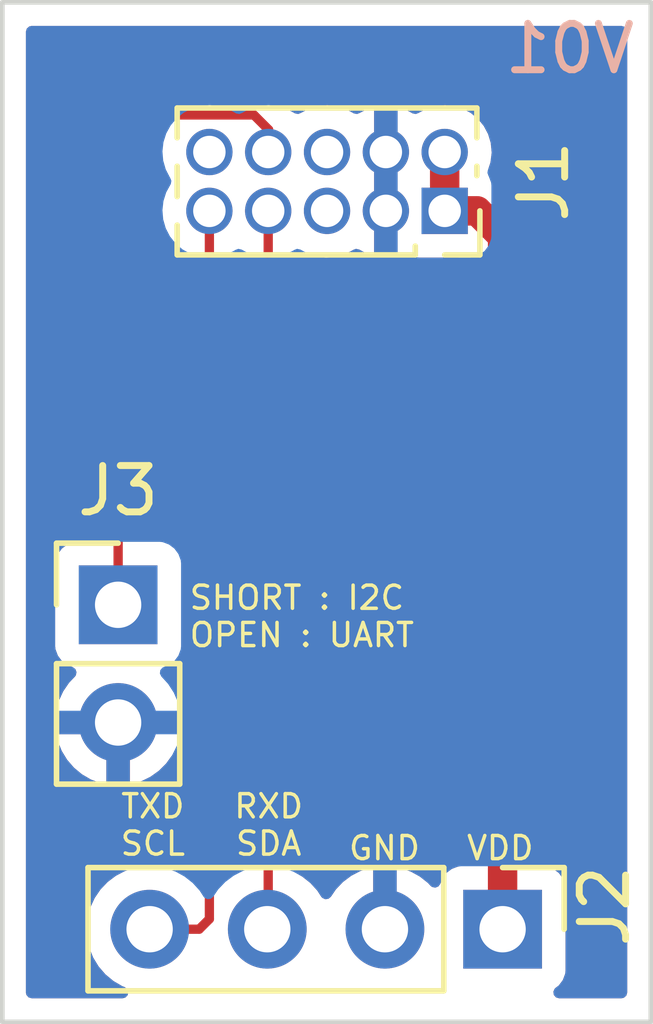
<source format=kicad_pcb>
(kicad_pcb (version 20211014) (generator pcbnew)
  (title_block (title "PM2008 Adapter Board") (date "2022-10-28") (rev "V01") (company "neosarchizo"))
  (layers (0 "F.Cu" signal) (31 "B.Cu" signal) (34 "B.Paste" user) (35 "F.Paste" user) (36 "B.SilkS" user "B.Silkscreen") (37 "F.SilkS" user "F.Silkscreen") (38 "B.Mask" user) (39 "F.Mask" user) (44 "Edge.Cuts" user))
  (net 0 "")
  (net 1 "VDD")
  (net 2 "Earth")
  (net 5 "/RXD{slash}SDA")
  (net 6 "/CTL")
  (net 7 "/TXD{slash}SCL")
  (footprint "Connector_PinSocket_1.27mm:PinSocket_2x05_P1.27mm_Vertical" (layer "F.Cu") (at 149.55 92.5 -90)
    (fp_text reference "J1" (at -0.635 -2.135 -90) (layer "F.SilkS"))
    (fp_text value "Conn_02x05_Top_Bottom" hide)
    (fp_line (start -2.22 5.775) (end -1.57753 5.775) (layer "F.SilkS") (width 0.12))
    (fp_line (start 0.30753 5.775) (end 0.95 5.775) (layer "F.SilkS") (width 0.12))
    (fp_line (start 0.76 0.635) (end 0.95 0.635) (layer "F.SilkS") (width 0.12))
    (fp_line (start -0.96247 5.775) (end -0.30753 5.775) (layer "F.SilkS") (width 0.12))
    (fp_line (start 0.95 -0.76) (end 0.95 0) (layer "F.SilkS") (width 0.12))
    (fp_line (start 0.95 0.635) (end 0.95 5.775) (layer "F.SilkS") (width 0.12))
    (fp_line (start 0 -0.76) (end 0.95 -0.76) (layer "F.SilkS") (width 0.12))
    (fp_line (start -0.96247 -0.695) (end -0.76 -0.695) (layer "F.SilkS") (width 0.12))
    (fp_line (start -2.22 -0.695) (end -1.57753 -0.695) (layer "F.SilkS") (width 0.12))
    (fp_line (start -2.22 -0.695) (end -2.22 5.775) (layer "F.SilkS") (width 0.12))
    (pad "1" thru_hole rect (at 0 0 270) (size 1 1) (drill 0.7) (layers *.Cu *.Mask) (net 1 "VDD"))
    (pad "2" thru_hole oval (at -1.27 0 270) (size 1 1) (drill 0.7) (layers *.Cu *.Mask) (net 1 "VDD"))
    (pad "3" thru_hole oval (at 0 1.27 270) (size 1 1) (drill 0.7) (layers *.Cu *.Mask) (net 2 "Earth"))
    (pad "4" thru_hole oval (at -1.27 1.27 270) (size 1 1) (drill 0.7) (layers *.Cu *.Mask) (net 2 "Earth"))
    (pad "5" thru_hole oval (at 0 2.54 270) (size 1 1) (drill 0.7) (layers *.Cu *.Mask))
    (pad "6" thru_hole oval (at -1.27 2.54 270) (size 1 1) (drill 0.7) (layers *.Cu *.Mask))
    (pad "7" thru_hole oval (at 0 3.81 270) (size 1 1) (drill 0.7) (layers *.Cu *.Mask) (net 5 "/RXD{slash}SDA"))
    (pad "8" thru_hole oval (at -1.27 3.81 270) (size 1 1) (drill 0.7) (layers *.Cu *.Mask) (net 6 "/CTL"))
    (pad "9" thru_hole oval (at 0 5.08 270) (size 1 1) (drill 0.7) (layers *.Cu *.Mask) (net 7 "/TXD{slash}SCL"))
    (pad "10" thru_hole oval (at -1.27 5.08 270) (size 1 1) (drill 0.7) (layers *.Cu *.Mask))
  )
  (footprint "Connector_PinHeader_2.54mm:PinHeader_1x02_P2.54mm_Vertical" (layer "F.Cu") (at 142.5 101)
    (fp_text reference "J3" (at 0 -2.46) (layer "F.SilkS"))
    (fp_text value "Conn_01x02" hide)
    (fp_line (start -1.33 1.27) (end -1.33 3.87) (layer "F.SilkS") (width 0.12))
    (fp_line (start 1.33 1.27) (end 1.33 3.87) (layer "F.SilkS") (width 0.12))
    (fp_line (start -1.33 -1.33) (end 0 -1.33) (layer "F.SilkS") (width 0.12))
    (fp_line (start -1.33 3.87) (end 1.33 3.87) (layer "F.SilkS") (width 0.12))
    (fp_line (start -1.33 0) (end -1.33 -1.33) (layer "F.SilkS") (width 0.12))
    (fp_line (start -1.33 1.27) (end 1.33 1.27) (layer "F.SilkS") (width 0.12))
    (pad "1" thru_hole rect (at 0 0) (size 1.7 1.7) (drill 1) (layers *.Cu *.Mask) (net 6 "/CTL"))
    (pad "2" thru_hole oval (at 0 2.54) (size 1.7 1.7) (drill 1) (layers *.Cu *.Mask) (net 2 "Earth"))
  )
  (footprint "Connector_PinHeader_2.54mm:PinHeader_1x04_P2.54mm_Vertical" (layer "F.Cu") (at 150.8 108 -90)
    (fp_text reference "J2" (at -0.5 -2.2 90) (layer "F.SilkS"))
    (fp_text value "Conn_01x04" hide)
    (fp_line (start -1.33 8.95) (end 1.33 8.95) (layer "F.SilkS") (width 0.12))
    (fp_line (start -1.33 1.27) (end 1.33 1.27) (layer "F.SilkS") (width 0.12))
    (fp_line (start -1.33 0) (end -1.33 -1.33) (layer "F.SilkS") (width 0.12))
    (fp_line (start 1.33 1.27) (end 1.33 8.95) (layer "F.SilkS") (width 0.12))
    (fp_line (start -1.33 -1.33) (end 0 -1.33) (layer "F.SilkS") (width 0.12))
    (fp_line (start -1.33 1.27) (end -1.33 8.95) (layer "F.SilkS") (width 0.12))
    (pad "1" thru_hole rect (at 0 0 270) (size 1.7 1.7) (drill 1) (layers *.Cu *.Mask) (net 1 "VDD"))
    (pad "2" thru_hole oval (at 0 2.54 270) (size 1.7 1.7) (drill 1) (layers *.Cu *.Mask) (net 2 "Earth"))
    (pad "3" thru_hole oval (at 0 5.08 270) (size 1.7 1.7) (drill 1) (layers *.Cu *.Mask) (net 5 "/RXD{slash}SDA"))
    (pad "4" thru_hole oval (at 0 7.62 270) (size 1.7 1.7) (drill 1) (layers *.Cu *.Mask) (net 7 "/TXD{slash}SCL"))
  )
  (gr_line (start 140 110) (end 154 110) (layer "Edge.Cuts") (width 0.1))
  (gr_line (start 140 110) (end 140 88) (layer "Edge.Cuts") (width 0.1))
  (gr_line (start 140 88) (end 154 88) (layer "Edge.Cuts") (width 0.1))
  (gr_line (start 154 88) (end 154 110) (layer "Edge.Cuts") (width 0.1))
  (gr_text "V01" (at 152.25 89) (layer "B.SilkS") (effects (font (size 1 1)) (justify mirror)))
  (gr_text "SHORT : I2C\nOPEN : UART" (at 144 101.25) (layer "F.SilkS") (effects (font (size 0.5 0.5) (thickness 0.075)) (justify left)))
  (gr_text "RXD\nSDA" (at 145.75 105.75) (layer "F.SilkS") (effects (font (size 0.5 0.5) (thickness 0.075))))
  (gr_text "VDD" (at 150.75 106.25) (layer "F.SilkS") (effects (font (size 0.5 0.5) (thickness 0.075))))
  (gr_text "TXD\nSCL" (at 143.25 105.75) (layer "F.SilkS") (effects (font (size 0.5 0.5) (thickness 0.075))))
  (gr_text "GND" (at 148.25 106.25) (layer "F.SilkS") (effects (font (size 0.5 0.5) (thickness 0.075))))
  (segment (start 150.8 108) (end 150.8 93.05) (width 0.635) (layer "F.Cu") (net 1))
  (segment (start 150.8 93.05) (end 150.25 92.5) (width 0.635) (layer "F.Cu") (net 1))
  (segment (start 149.55 92.5) (end 149.55 91.23) (width 0.635) (layer "F.Cu") (net 1))
  (segment (start 150.25 92.5) (end 149.55 92.5) (width 0.635) (layer "F.Cu") (net 1))
  (segment (start 145.74 92.5) (end 145.74 107.98) (width 0.2) (layer "F.Cu") (net 5))
  (segment (start 145.74 107.98) (end 145.72 108) (width 0.2) (layer "F.Cu") (net 5))
  (segment (start 145.430489 90.430489) (end 145.75 90.75) (width 0.2) (layer "F.Cu") (net 6))
  (segment (start 142.5 90.75) (end 142.819511 90.430489) (width 0.2) (layer "F.Cu") (net 6))
  (segment (start 142.819511 90.430489) (end 145.430489 90.430489) (width 0.2) (layer "F.Cu") (net 6))
  (segment (start 142.5 101) (end 142.5 90.75) (width 0.2) (layer "F.Cu") (net 6))
  (segment (start 145.75 90.75) (end 145.75 91.22) (width 0.2) (layer "F.Cu") (net 6))
  (segment (start 145.75 91.22) (end 145.74 91.23) (width 0.2) (layer "F.Cu") (net 6))
  (segment (start 144.47 92.5) (end 144.47 107.78) (width 0.2) (layer "F.Cu") (net 7))
  (segment (start 144.47 107.78) (end 144.25 108) (width 0.2) (layer "F.Cu") (net 7))
  (segment (start 144.25 108) (end 143.18 108) (width 0.2) (layer "F.Cu") (net 7))
  (zone (net 2) (net_name "Earth") (layers F&B.Cu) (connect_pads (clearance 0.508)) (min_thickness 0.254) (fill yes (thermal_gap 0.508) (thermal_bridge_width 0.508))
    (polygon (pts (xy 154 110) (xy 140 110) (xy 140 88) (xy 154 88)))
  )
)
</source>
